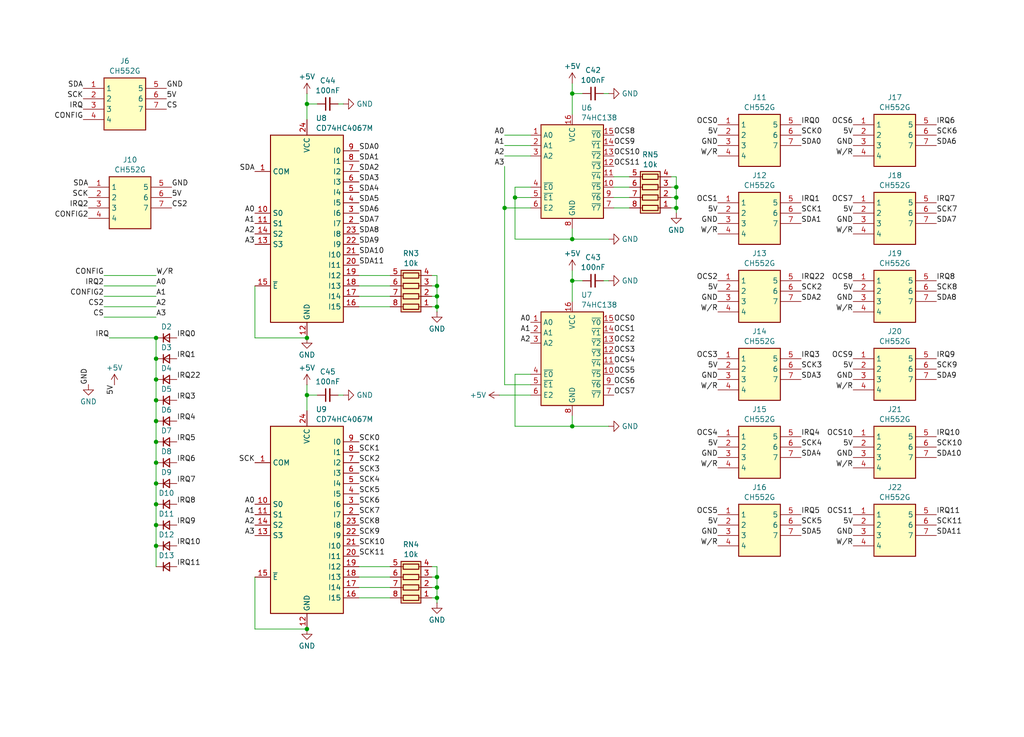
<source format=kicad_sch>
(kicad_sch (version 20250114) (generator "eeschema") (generator_version "9.0")
  (paper "User" 250 180)
  (lib_symbols
    (symbol "74xx:74HC138"
      (property "Reference" "U" (at -7.62 13.97 0))
      (property "Value" "74HC138" (at 2.54 -11.43 0))
      (symbol "74HC138_0_1"
        (rectangle (start -7.62 12.7) (end 7.62 -10.16) (stroke (width 0.254)) (fill (type background)))
      )
      (symbol "74HC138_1_1"
        (pin input line (at -10.16 10.16 0) (length 2.54) (name "A0") (number "1"))
        (pin input line (at -10.16 7.62 0) (length 2.54) (name "A1") (number "2"))
        (pin input line (at -10.16 5.08 0) (length 2.54) (name "A2") (number "3"))
        (pin input line (at -10.16 -2.54 0) (length 2.54) (name "~{E0}") (number "4"))
        (pin input line (at -10.16 -5.08 0) (length 2.54) (name "~{E1}") (number "5"))
        (pin input line (at -10.16 -7.62 0) (length 2.54) (name "E2") (number "6"))
        (pin power_in line (at 0 15.24 270) (length 2.54) (name "VCC") (number "16"))
        (pin power_in line (at 0 -12.7 90) (length 2.54) (name "GND") (number "8"))
        (pin output line (at 10.16 10.16 180) (length 2.54) (name "~{Y0}") (number "15"))
        (pin output line (at 10.16 7.62 180) (length 2.54) (name "~{Y1}") (number "14"))
        (pin output line (at 10.16 5.08 180) (length 2.54) (name "~{Y2}") (number "13"))
        (pin output line (at 10.16 2.54 180) (length 2.54) (name "~{Y3}") (number "12"))
        (pin output line (at 10.16 0 180) (length 2.54) (name "~{Y4}") (number "11"))
        (pin output line (at 10.16 -2.54 180) (length 2.54) (name "~{Y5}") (number "10"))
        (pin output line (at 10.16 -5.08 180) (length 2.54) (name "~{Y6}") (number "9"))
        (pin output line (at 10.16 -7.62 180) (length 2.54) (name "~{Y7}") (number "7"))
      )
    )
    (symbol "74xx:CD74HC4067M"
      (property "Reference" "U" (at -8.89 22.86 0))
      (property "Value" "CD74HC4067M" (at 1.27 22.86 0))
      (symbol "CD74HC4067M_0_1"
        (rectangle (start -8.89 21.59) (end 8.89 -24.13) (stroke (width 0.254)) (fill (type background)))
      )
      (symbol "CD74HC4067M_1_1"
        (pin passive line (at -12.7 12.7 0) (length 3.81) (name "COM") (number "1"))
        (pin input line (at -12.7 2.54 0) (length 3.81) (name "S0") (number "10"))
        (pin input line (at -12.7 0 0) (length 3.81) (name "S1") (number "11"))
        (pin input line (at -12.7 -2.54 0) (length 3.81) (name "S2") (number "14"))
        (pin input line (at -12.7 -5.08 0) (length 3.81) (name "S3") (number "13"))
        (pin input line (at -12.7 -15.24 0) (length 3.81) (name "~{E}") (number "15"))
        (pin power_in line (at 0 25.4 270) (length 3.81) (name "VCC") (number "24"))
        (pin power_in line (at 0 -27.94 90) (length 3.81) (name "GND") (number "12"))
        (pin passive line (at 12.7 17.78 180) (length 3.81) (name "I0") (number "9"))
        (pin passive line (at 12.7 15.24 180) (length 3.81) (name "I1") (number "8"))
        (pin passive line (at 12.7 12.7 180) (length 3.81) (name "I2") (number "7"))
        (pin passive line (at 12.7 10.16 180) (length 3.81) (name "I3") (number "6"))
        (pin passive line (at 12.7 7.62 180) (length 3.81) (name "I4") (number "5"))
        (pin passive line (at 12.7 5.08 180) (length 3.81) (name "I5") (number "4"))
        (pin passive line (at 12.7 2.54 180) (length 3.81) (name "I6") (number "3"))
        (pin passive line (at 12.7 0 180) (length 3.81) (name "I7") (number "2"))
        (pin passive line (at 12.7 -2.54 180) (length 3.81) (name "I8") (number "23"))
        (pin passive line (at 12.7 -5.08 180) (length 3.81) (name "I9") (number "22"))
        (pin passive line (at 12.7 -7.62 180) (length 3.81) (name "I10") (number "21"))
        (pin passive line (at 12.7 -10.16 180) (length 3.81) (name "I11") (number "20"))
        (pin passive line (at 12.7 -12.7 180) (length 3.81) (name "I12") (number "19"))
        (pin passive line (at 12.7 -15.24 180) (length 3.81) (name "I13") (number "18"))
        (pin passive line (at 12.7 -17.78 180) (length 3.81) (name "I14") (number "17"))
        (pin passive line (at 12.7 -20.32 180) (length 3.81) (name "I15") (number "16"))
      )
    )
    (symbol "Device:C_Small" (pin_numbers (hide yes)) (pin_names (offset 0.254) (hide yes))
      (property "Reference" "C" (at 0.254 1.778 0))
      (property "Value" "C_Small" (at 0.254 -2.032 0))
      (symbol "C_Small_0_1"
        (polyline (pts (xy -1.524 0.508) (xy 1.524 0.508)) (stroke (width 0.3048)))
        (polyline (pts (xy -1.524 -0.508) (xy 1.524 -0.508)) (stroke (width 0.3302)))
      )
      (symbol "C_Small_1_1"
        (pin passive line (at 0 2.54 270) (length 2.032) (name "~") (number "1"))
        (pin passive line (at 0 -2.54 90) (length 2.032) (name "~") (number "2"))
      )
    )
    (symbol "Device:D_Small" (pin_numbers (hide yes)) (pin_names (offset 0.254) (hide yes))
      (property "Reference" "D" (at -1.27 2.032 0))
      (property "Value" "D_Small" (at -3.81 -2.032 0))
      (symbol "D_Small_0_1"
        (polyline (pts (xy -0.762 0) (xy 0.762 0)))
        (polyline (pts (xy -0.762 -1.016) (xy -0.762 1.016)) (stroke (width 0.254)))
        (polyline (pts (xy 0.762 -1.016) (xy -0.762 0) (xy 0.762 1.016) (xy 0.762 -1.016)) (stroke (width 0.254)))
      )
      (symbol "D_Small_1_1"
        (pin passive line (at -2.54 0 0) (length 1.778) (name "K") (number "1"))
        (pin passive line (at 2.54 0 180) (length 1.778) (name "A") (number "2"))
      )
    )
    (symbol "Device:R_Pack04" (pin_names (offset 0) (hide yes))
      (property "Reference" "RN" (at -7.62 0 90))
      (property "Value" "R_Pack04" (at 5.08 0 90))
      (symbol "R_Pack04_0_1"
        (rectangle (start -6.35 -2.413) (end 3.81 2.413) (stroke (width 0.254)) (fill (type background)))
        (rectangle (start -5.715 1.905) (end -4.445 -1.905) (stroke (width 0.254)))
        (polyline (pts (xy -5.08 1.905) (xy -5.08 2.54)))
        (polyline (pts (xy -5.08 -2.54) (xy -5.08 -1.905)))
        (rectangle (start -3.175 1.905) (end -1.905 -1.905) (stroke (width 0.254)))
        (polyline (pts (xy -2.54 1.905) (xy -2.54 2.54)))
        (polyline (pts (xy -2.54 -2.54) (xy -2.54 -1.905)))
        (rectangle (start -0.635 1.905) (end 0.635 -1.905) (stroke (width 0.254)))
        (polyline (pts (xy 0 1.905) (xy 0 2.54)))
        (polyline (pts (xy 0 -2.54) (xy 0 -1.905)))
        (rectangle (start 1.905 1.905) (end 3.175 -1.905) (stroke (width 0.254)))
        (polyline (pts (xy 2.54 1.905) (xy 2.54 2.54)))
        (polyline (pts (xy 2.54 -2.54) (xy 2.54 -1.905)))
      )
      (symbol "R_Pack04_1_1"
        (pin passive line (at -5.08 5.08 270) (length 2.54) (name "R1.2") (number "8"))
        (pin passive line (at -5.08 -5.08 90) (length 2.54) (name "R1.1") (number "1"))
        (pin passive line (at -2.54 5.08 270) (length 2.54) (name "R2.2") (number "7"))
        (pin passive line (at -2.54 -5.08 90) (length 2.54) (name "R2.1") (number "2"))
        (pin passive line (at 0 5.08 270) (length 2.54) (name "R3.2") (number "6"))
        (pin passive line (at 0 -5.08 90) (length 2.54) (name "R3.1") (number "3"))
        (pin passive line (at 2.54 5.08 270) (length 2.54) (name "R4.2") (number "5"))
        (pin passive line (at 2.54 -5.08 90) (length 2.54) (name "R4.1") (number "4"))
      )
    )
    (symbol "SM07B-SRSS-TB__LF__SN_:SM07B-SRSS-TB__LF__SN_"
      (property "Reference" "J" (at 16.51 7.62 0))
      (property "Value" "SM07B-SRSS-TB__LF__SN_" (at 16.51 5.08 0))
      (symbol "SM07B-SRSS-TB__LF__SN__1_1"
        (rectangle (start 5.08 2.54) (end 15.24 -10.16) (stroke (width 0.254)) (fill (type background)))
        (pin passive line (at 0 0 0) (length 5.08) (name "1") (number "1"))
        (pin passive line (at 0 -2.54 0) (length 5.08) (name "2") (number "2"))
        (pin passive line (at 0 -5.08 0) (length 5.08) (name "3") (number "3"))
        (pin passive line (at 0 -7.62 0) (length 5.08) (name "4") (number "4"))
        (pin passive line (at 20.32 0 180) (length 5.08) (name "5") (number "5"))
        (pin passive line (at 20.32 -2.54 180) (length 5.08) (name "6") (number "6"))
        (pin passive line (at 20.32 -5.08 180) (length 5.08) (name "7") (number "7"))
      )
    )
    (symbol "power:+5V" (power) (pin_numbers (hide yes)) (pin_names (offset 0) (hide yes))
      (property "Value" "+5V" (at 0 3.556 0))
      (symbol "+5V_0_1"
        (polyline (pts (xy -0.762 1.27) (xy 0 2.54)))
        (polyline (pts (xy 0 2.54) (xy 0.762 1.27)))
        (polyline (pts (xy 0 0) (xy 0 2.54)))
      )
      (symbol "+5V_1_1"
        (pin power_in line (at 0 0 90) (length 0) (name "~") (number "1"))
      )
    )
    (symbol "power:GND" (power) (pin_numbers (hide yes)) (pin_names (offset 0) (hide yes))
      (property "Value" "GND" (at 0 -3.81 0))
      (symbol "GND_0_1"
        (polyline (pts (xy 0 0) (xy 0 -1.27) (xy 1.27 -1.27) (xy 0 -2.54) (xy -1.27 -1.27) (xy 0 -1.27)))
      )
      (symbol "GND_1_1"
        (pin power_in line (at 0 0 270) (length 0) (name "~") (number "1"))
      )
    )
  )
  (junction (at 139.7 58.42))
  (junction (at 74.93 82.55))
  (junction (at 139.7 68.58))
  (junction (at 139.7 22.86))
  (junction (at 38.1 97.79))
  (junction (at 106.68 72.39))
  (junction (at 38.1 102.87))
  (junction (at 38.1 128.27))
  (junction (at 38.1 92.71))
  (junction (at 106.68 69.85))
  (junction (at 74.93 25.4))
  (junction (at 74.93 96.52))
  (junction (at 125.73 48.26))
  (junction (at 38.1 82.55))
  (junction (at 38.1 87.63))
  (junction (at 106.68 143.51))
  (junction (at 123.19 50.8))
  (junction (at 165.1 48.26))
  (junction (at 106.68 146.05))
  (junction (at 139.7 104.14))
  (junction (at 106.68 140.97))
  (junction (at 38.1 123.19))
  (junction (at 38.1 113.03))
  (junction (at 165.1 50.8))
  (junction (at 74.93 153.67))
  (junction (at 165.1 45.72))
  (junction (at 38.1 118.11))
  (junction (at 38.1 133.35))
  (junction (at 106.68 74.93))
  (junction (at 38.1 107.95))
  (wire (pts (xy 38.1 133.35) (xy 38.1 138.43)))
  (wire (pts (xy 87.63 69.85) (xy 95.25 69.85)))
  (wire (pts (xy 105.41 140.97) (xy 106.68 140.97)))
  (wire (pts (xy 87.63 138.43) (xy 95.25 138.43)))
  (wire (pts (xy 77.47 96.52) (xy 74.93 96.52)))
  (wire (pts (xy 139.7 68.58) (xy 139.7 73.66)))
  (wire (pts (xy 106.68 67.31) (xy 106.68 69.85)))
  (wire (pts (xy 125.73 45.72) (xy 125.73 48.26)))
  (wire (pts (xy 163.83 45.72) (xy 165.1 45.72)))
  (wire (pts (xy 149.86 48.26) (xy 153.67 48.26)))
  (wire (pts (xy 165.1 45.72) (xy 165.1 48.26)))
  (wire (pts (xy 147.32 22.86) (xy 148.59 22.86)))
  (wire (pts (xy 129.54 45.72) (xy 125.73 45.72)))
  (wire (pts (xy 87.63 72.39) (xy 95.25 72.39)))
  (wire (pts (xy 106.68 147.32) (xy 106.68 146.05)))
  (wire (pts (xy 129.54 91.44) (xy 125.73 91.44)))
  (wire (pts (xy 105.41 138.43) (xy 106.68 138.43)))
  (wire (pts (xy 38.1 123.19) (xy 38.1 128.27)))
  (wire (pts (xy 106.68 76.2) (xy 106.68 74.93)))
  (wire (pts (xy 38.1 82.55) (xy 38.1 87.63)))
  (wire (pts (xy 149.86 45.72) (xy 153.67 45.72)))
  (wire (pts (xy 123.19 50.8) (xy 129.54 50.8)))
  (wire (pts (xy 105.41 143.51) (xy 106.68 143.51)))
  (wire (pts (xy 149.86 43.18) (xy 153.67 43.18)))
  (wire (pts (xy 38.1 87.63) (xy 38.1 92.71)))
  (wire (pts (xy 87.63 146.05) (xy 95.25 146.05)))
  (wire (pts (xy 125.73 58.42) (xy 139.7 58.42)))
  (wire (pts (xy 77.47 25.4) (xy 74.93 25.4)))
  (wire (pts (xy 38.1 107.95) (xy 38.1 113.03)))
  (wire (pts (xy 165.1 50.8) (xy 163.83 50.8)))
  (wire (pts (xy 106.68 69.85) (xy 106.68 72.39)))
  (wire (pts (xy 106.68 146.05) (xy 105.41 146.05)))
  (wire (pts (xy 165.1 43.18) (xy 165.1 45.72)))
  (wire (pts (xy 163.83 43.18) (xy 165.1 43.18)))
  (wire (pts (xy 62.23 153.67) (xy 74.93 153.67)))
  (wire (pts (xy 106.68 72.39) (xy 106.68 74.93)))
  (wire (pts (xy 82.55 96.52) (xy 83.82 96.52)))
  (wire (pts (xy 125.73 48.26) (xy 125.73 58.42)))
  (wire (pts (xy 139.7 66.04) (xy 139.7 68.58)))
  (wire (pts (xy 74.93 25.4) (xy 74.93 29.21)))
  (wire (pts (xy 139.7 101.6) (xy 139.7 104.14)))
  (wire (pts (xy 38.1 102.87) (xy 38.1 107.95)))
  (wire (pts (xy 87.63 74.93) (xy 95.25 74.93)))
  (wire (pts (xy 87.63 143.51) (xy 95.25 143.51)))
  (wire (pts (xy 165.1 52.07) (xy 165.1 50.8)))
  (wire (pts (xy 142.24 22.86) (xy 139.7 22.86)))
  (wire (pts (xy 82.55 25.4) (xy 83.82 25.4)))
  (wire (pts (xy 139.7 22.86) (xy 139.7 27.94)))
  (wire (pts (xy 38.1 97.79) (xy 38.1 102.87)))
  (wire (pts (xy 62.23 69.85) (xy 62.23 82.55)))
  (wire (pts (xy 139.7 20.32) (xy 139.7 22.86)))
  (wire (pts (xy 87.63 67.31) (xy 95.25 67.31)))
  (wire (pts (xy 123.19 35.56) (xy 129.54 35.56)))
  (wire (pts (xy 139.7 58.42) (xy 148.59 58.42)))
  (wire (pts (xy 106.68 74.93) (xy 105.41 74.93)))
  (wire (pts (xy 25.4 74.93) (xy 38.1 74.93)))
  (wire (pts (xy 62.23 140.97) (xy 62.23 153.67)))
  (wire (pts (xy 123.19 40.64) (xy 123.19 50.8)))
  (wire (pts (xy 38.1 128.27) (xy 38.1 133.35)))
  (wire (pts (xy 106.68 140.97) (xy 106.68 143.51)))
  (wire (pts (xy 106.68 143.51) (xy 106.68 146.05)))
  (wire (pts (xy 87.63 140.97) (xy 95.25 140.97)))
  (wire (pts (xy 123.19 33.02) (xy 129.54 33.02)))
  (wire (pts (xy 125.73 104.14) (xy 139.7 104.14)))
  (wire (pts (xy 74.93 96.52) (xy 74.93 100.33)))
  (wire (pts (xy 125.73 48.26) (xy 129.54 48.26)))
  (wire (pts (xy 106.68 138.43) (xy 106.68 140.97)))
  (wire (pts (xy 123.19 93.98) (xy 129.54 93.98)))
  (wire (pts (xy 147.32 68.58) (xy 148.59 68.58)))
  (wire (pts (xy 105.41 72.39) (xy 106.68 72.39)))
  (wire (pts (xy 139.7 104.14) (xy 148.59 104.14)))
  (wire (pts (xy 38.1 118.11) (xy 38.1 123.19)))
  (wire (pts (xy 142.24 68.58) (xy 139.7 68.58)))
  (wire (pts (xy 163.83 48.26) (xy 165.1 48.26)))
  (wire (pts (xy 139.7 55.88) (xy 139.7 58.42)))
  (wire (pts (xy 123.19 50.8) (xy 123.19 93.98)))
  (wire (pts (xy 105.41 69.85) (xy 106.68 69.85)))
  (wire (pts (xy 74.93 93.98) (xy 74.93 96.52)))
  (wire (pts (xy 26.67 82.55) (xy 38.1 82.55)))
  (wire (pts (xy 38.1 92.71) (xy 38.1 97.79)))
  (wire (pts (xy 123.19 38.1) (xy 129.54 38.1)))
  (wire (pts (xy 25.4 77.47) (xy 38.1 77.47)))
  (wire (pts (xy 25.4 67.31) (xy 38.1 67.31)))
  (wire (pts (xy 121.92 96.52) (xy 129.54 96.52)))
  (wire (pts (xy 25.4 69.85) (xy 38.1 69.85)))
  (wire (pts (xy 105.41 67.31) (xy 106.68 67.31)))
  (wire (pts (xy 38.1 113.03) (xy 38.1 118.11)))
  (wire (pts (xy 25.4 72.39) (xy 38.1 72.39)))
  (wire (pts (xy 165.1 48.26) (xy 165.1 50.8)))
  (wire (pts (xy 74.93 22.86) (xy 74.93 25.4)))
  (wire (pts (xy 149.86 50.8) (xy 153.67 50.8)))
  (wire (pts (xy 125.73 91.44) (xy 125.73 104.14)))
  (wire (pts (xy 62.23 82.55) (xy 74.93 82.55)))
  (label "SCK10" (at 228.6 109.22 0))
  (label "CS2" (at 25.4 74.93 180))
  (label "5V" (at 175.26 33.02 180))
  (label "OCS2" (at 175.26 68.58 180))
  (label "OCS11" (at 149.86 40.64 0))
  (label "SDA3" (at 87.63 44.45 0))
  (label "GND" (at 175.26 54.61 180))
  (label "GND" (at 208.28 35.56 180))
  (label "5V" (at 208.28 33.02 180))
  (label "W{slash}R" (at 175.26 133.35 180))
  (label "OCS6" (at 149.86 93.98 0))
  (label "IRQ2" (at 21.59 50.8 180))
  (label "5V" (at 175.26 109.22 180))
  (label "SCK4" (at 87.63 118.11 0))
  (label "OCS5" (at 175.26 125.73 180))
  (label "OCS9" (at 149.86 35.56 0))
  (label "W{slash}R" (at 175.26 57.15 180))
  (label "IRQ4" (at 43.18 102.87 0))
  (label "W{slash}R" (at 208.28 133.35 180))
  (label "SDA10" (at 228.6 111.76 0))
  (label "GND" (at 208.28 130.81 180))
  (label "IRQ6" (at 43.18 113.03 0))
  (label "W{slash}R" (at 208.28 114.3 180))
  (label "OCS10" (at 149.86 38.1 0))
  (label "OCS10" (at 208.28 106.68 180))
  (label "IRQ7" (at 228.6 49.53 0))
  (label "A2" (at 129.54 83.82 180))
  (label "IRQ6" (at 228.6 30.48 0))
  (label "SDA2" (at 87.63 41.91 0))
  (label "SDA10" (at 87.63 62.23 0))
  (label "SDA7" (at 228.6 54.61 0))
  (label "SCK11" (at 228.6 128.27 0))
  (label "SDA4" (at 195.58 111.76 0))
  (label "SDA2" (at 195.58 73.66 0))
  (label "IRQ9" (at 43.18 128.27 0))
  (label "IRQ3" (at 43.18 97.79 0))
  (label "5V" (at 208.28 52.07 180))
  (label "SCK11" (at 87.63 135.89 0))
  (label "SCK7" (at 228.6 52.07 0))
  (label "SCK0" (at 195.58 33.02 0))
  (label "SDA9" (at 87.63 59.69 0))
  (label "IRQ10" (at 228.6 106.68 0))
  (label "OCS11" (at 208.28 125.73 180))
  (label "5V" (at 27.94 93.98 270))
  (label "GND" (at 41.91 45.72 0))
  (label "IRQ4" (at 195.58 106.68 0))
  (label "IRQ1" (at 195.58 49.53 0))
  (label "SDA11" (at 87.63 64.77 0))
  (label "IRQ0" (at 43.18 82.55 0))
  (label "SCK7" (at 87.63 125.73 0))
  (label "SDA1" (at 87.63 39.37 0))
  (label "SDA5" (at 87.63 49.53 0))
  (label "IRQ22" (at 195.58 68.58 0))
  (label "SCK4" (at 195.58 109.22 0))
  (label "SCK" (at 21.59 48.26 180))
  (label "A0" (at 129.54 78.74 180))
  (label "SDA11" (at 228.6 130.81 0))
  (label "IRQ1" (at 43.18 87.63 0))
  (label "IRQ" (at 26.67 82.55 180))
  (label "SDA5" (at 195.58 130.81 0))
  (label "GND" (at 208.28 54.61 180))
  (label "IRQ0" (at 195.58 30.48 0))
  (label "OCS5" (at 149.86 91.44 0))
  (label "SCK1" (at 87.63 110.49 0))
  (label "SDA0" (at 87.63 36.83 0))
  (label "SCK" (at 62.23 113.03 180))
  (label "OCS9" (at 208.28 87.63 180))
  (label "SCK5" (at 87.63 120.65 0))
  (label "CS2" (at 41.91 50.8 0))
  (label "OCS8" (at 208.28 68.58 180))
  (label "W{slash}R" (at 175.26 95.25 180))
  (label "SCK10" (at 87.63 133.35 0))
  (label "W{slash}R" (at 208.28 38.1 180))
  (label "A0" (at 62.23 52.07 180))
  (label "A1" (at 38.1 72.39 0))
  (label "SDA6" (at 228.6 35.56 0))
  (label "SDA7" (at 87.63 54.61 0))
  (label "GND" (at 208.28 111.76 180))
  (label "GND" (at 208.28 73.66 180))
  (label "A1" (at 62.23 125.73 180))
  (label "OCS7" (at 208.28 49.53 180))
  (label "A3" (at 123.19 40.64 180))
  (label "SCK8" (at 87.63 128.27 0))
  (label "A1" (at 62.23 54.61 180))
  (label "CONFIG" (at 25.4 67.31 180))
  (label "OCS7" (at 149.86 96.52 0))
  (label "SCK" (at 20.32 24.13 180))
  (label "SCK9" (at 228.6 90.17 0))
  (label "IRQ9" (at 228.6 87.63 0))
  (label "A2" (at 62.23 57.15 180))
  (label "5V" (at 208.28 109.22 180))
  (label "A3" (at 62.23 130.81 180))
  (label "IRQ3" (at 195.58 87.63 0))
  (label "SCK8" (at 228.6 71.12 0))
  (label "SDA" (at 20.32 21.59 180))
  (label "GND" (at 208.28 92.71 180))
  (label "SDA9" (at 228.6 92.71 0))
  (label "OCS0" (at 175.26 30.48 180))
  (label "W{slash}R" (at 175.26 76.2 180))
  (label "IRQ2" (at 25.4 69.85 180))
  (label "SDA" (at 62.23 41.91 180))
  (label "W{slash}R" (at 208.28 76.2 180))
  (label "5V" (at 208.28 128.27 180))
  (label "A0" (at 38.1 69.85 0))
  (label "5V" (at 40.64 24.13 0))
  (label "IRQ5" (at 195.58 125.73 0))
  (label "5V" (at 175.26 52.07 180))
  (label "W{slash}R" (at 208.28 57.15 180))
  (label "A0" (at 62.23 123.19 180))
  (label "GND" (at 175.26 111.76 180))
  (label "SCK9" (at 87.63 130.81 0))
  (label "CS" (at 25.4 77.47 180))
  (label "A1" (at 123.19 35.56 180))
  (label "OCS3" (at 149.86 86.36 0))
  (label "OCS4" (at 175.26 106.68 180))
  (label "SCK0" (at 87.63 107.95 0))
  (label "IRQ22" (at 43.18 92.71 0))
  (label "W{slash}R" (at 38.1 67.31 0))
  (label "SCK1" (at 195.58 52.07 0))
  (label "IRQ11" (at 228.6 125.73 0))
  (label "GND" (at 175.26 73.66 180))
  (label "SCK6" (at 228.6 33.02 0))
  (label "SCK5" (at 195.58 128.27 0))
  (label "OCS1" (at 149.86 81.28 0))
  (label "OCS3" (at 175.26 87.63 180))
  (label "5V" (at 208.28 71.12 180))
  (label "A3" (at 38.1 77.47 0))
  (label "IRQ" (at 20.32 26.67 180))
  (label "OCS8" (at 149.86 33.02 0))
  (label "CS" (at 40.64 26.67 0))
  (label "5V" (at 175.26 128.27 180))
  (label "OCS2" (at 149.86 83.82 0))
  (label "CONFIG2" (at 25.4 72.39 180))
  (label "OCS1" (at 175.26 49.53 180))
  (label "A3" (at 62.23 59.69 180))
  (label "5V" (at 175.26 71.12 180))
  (label "SDA3" (at 195.58 92.71 0))
  (label "SDA8" (at 87.63 57.15 0))
  (label "SCK3" (at 87.63 115.57 0))
  (label "SDA6" (at 87.63 52.07 0))
  (label "OCS6" (at 208.28 30.48 180))
  (label "SCK6" (at 87.63 123.19 0))
  (label "OCS0" (at 149.86 78.74 0))
  (label "SDA1" (at 195.58 54.61 0))
  (label "5V" (at 208.28 90.17 180))
  (label "GND" (at 21.59 93.98 90))
  (label "OCS4" (at 149.86 88.9 0))
  (label "A2" (at 123.19 38.1 180))
  (label "GND" (at 175.26 35.56 180))
  (label "IRQ7" (at 43.18 118.11 0))
  (label "A0" (at 123.19 33.02 180))
  (label "SDA4" (at 87.63 46.99 0))
  (label "SCK2" (at 195.58 71.12 0))
  (label "CONFIG2" (at 21.59 53.34 180))
  (label "IRQ11" (at 43.18 138.43 0))
  (label "CONFIG" (at 20.32 29.21 180))
  (label "SDA" (at 21.59 45.72 180))
  (label "A2" (at 62.23 128.27 180))
  (label "IRQ5" (at 43.18 107.95 0))
  (label "IRQ10" (at 43.18 133.35 0))
  (label "W{slash}R" (at 175.26 114.3 180))
  (label "SCK2" (at 87.63 113.03 0))
  (label "A2" (at 38.1 74.93 0))
  (label "A1" (at 129.54 81.28 180))
  (label "5V" (at 175.26 90.17 180))
  (label "GND" (at 175.26 130.81 180))
  (label "GND" (at 175.26 92.71 180))
  (label "IRQ8" (at 43.18 123.19 0))
  (label "GND" (at 40.64 21.59 0))
  (label "SDA8" (at 228.6 73.66 0))
  (label "IRQ8" (at 228.6 68.58 0))
  (label "SDA0" (at 195.58 35.56 0))
  (label "W{slash}R" (at 208.28 95.25 180))
  (label "5V" (at 41.91 48.26 0))
  (label "SCK3" (at 195.58 90.17 0))
  (label "W{slash}R" (at 175.26 38.1 180))
  (symbol (lib_id "74xx:74HC138") (at 139.7 43.18 0) (unit 1)
    (property "Reference" "U6" (at 141.8433 26.3355 0) (effects (justify left)))
    (property "Value" "74HC138" (at 141.8433 28.7598 0) (effects (justify left)))
    (property "Footprint" "Package_SO:SOIC-16_3.9x9.9mm_P1.27mm" (effects (hide yes)))
    (property "Datasheet" "http://www.ti.com/lit/ds/symlink/cd74hc238.pdf" (effects (hide yes)))
    (property "Description" "3-to-8 line decoder/multiplexer inverting, DIP-16/SOIC-16/SSOP-16" (effects (hide yes)))
  )
  (symbol (lib_id "power:GND") (at 106.68 76.2 0) (unit 1)
    (property "Reference" "#PWR080" (effects (hide yes)))
    (property "Value" "GND" (at 106.68 80.3331 0))
    (property "Description" "Power symbol creates a global label with name \"GND\" , ground" (effects (hide yes)))
  )
  (symbol (lib_id "Device:D_Small") (at 40.64 92.71 0) (unit 1)
    (property "Reference" "D4" (at 40.64 89.9739 0))
    (property "Value" "D_Small" (effects (hide yes)))
    (property "Footprint" "PCM_Diode_SMD_AKL:D_1206_3216Metric" (effects (hide yes)))
    (property "Description" "Diode, small symbol" (effects (hide yes)))
    (property "Sim.Device" "D" (effects (hide yes)))
    (property "Sim.Pins" "1=K 2=A" (effects (hide yes)))
  )
  (symbol (lib_id "SM07B-SRSS-TB__LF__SN_:SM07B-SRSS-TB__LF__SN_") (at 21.59 45.72 0) (unit 1)
    (property "Reference" "J10" (at 31.75 39.0355 0))
    (property "Value" "CH552G" (at 31.75 41.4598 0))
    (property "Footprint" "footprint:SM07B-SRSS-TB" (effects (hide yes)))
    (property "Datasheet" "http://uk.rs-online.com/web/p/products/5468833" (effects (hide yes)))
    (property "Description" "JST SH Series, 1mm Pitch 7 Way 1 Row Right Angle PCB Header, Solder Termination, 1A" (effects (hide yes)))
    (property "Manufacturer_Name" "JST (JAPAN SOLDERLESS TERMINALS)" (effects (hide yes)))
    (property "Manufacturer_Part_Number" "SM07B-SRSS-TB (LF)(SN)" (effects (hide yes)))
    (property "Arrow Part Number" "SM07B-SRSS-TB (LF)(SN)" (effects (hide yes)))
    (property "Arrow Price/Stock" "https://www.arrow.com/en/products/sm07b-srss-tb-lf-sn/jst-manufacturing" (effects (hide yes)))
  )
  (symbol (lib_id "Device:C_Small") (at 144.78 68.58 90) (unit 1)
    (property "Reference" "C43" (at 144.7863 62.8734 90))
    (property "Value" "100nF" (at 144.7863 65.2977 90))
    (property "Footprint" "PCM_Capacitor_SMD_AKL:C_0603_1608Metric" (effects (hide yes)))
    (property "Description" "Unpolarized capacitor, small symbol" (effects (hide yes)))
  )
  (symbol (lib_id "power:GND") (at 165.1 52.07 0) (unit 1)
    (property "Reference" "#PWR082" (effects (hide yes)))
    (property "Value" "GND" (at 165.1 56.2031 0))
    (property "Description" "Power symbol creates a global label with name \"GND\" , ground" (effects (hide yes)))
  )
  (symbol (lib_id "74xx:74HC138") (at 139.7 88.9 0) (unit 1)
    (property "Reference" "U7" (at 141.8433 72.0555 0) (effects (justify left)))
    (property "Value" "74HC138" (at 141.8433 74.4798 0) (effects (justify left)))
    (property "Footprint" "Package_SO:SOIC-16_3.9x9.9mm_P1.27mm" (effects (hide yes)))
    (property "Datasheet" "http://www.ti.com/lit/ds/symlink/cd74hc238.pdf" (effects (hide yes)))
    (property "Description" "3-to-8 line decoder/multiplexer inverting, DIP-16/SOIC-16/SSOP-16" (effects (hide yes)))
  )
  (symbol (lib_id "power:GND") (at 74.93 82.55 0) (unit 1)
    (property "Reference" "#PWR078" (effects (hide yes)))
    (property "Value" "GND" (at 74.93 86.6831 0))
    (property "Description" "Power symbol creates a global label with name \"GND\" , ground" (effects (hide yes)))
  )
  (symbol (lib_id "Device:D_Small") (at 40.64 97.79 0) (unit 1)
    (property "Reference" "D5" (at 40.64 95.0539 0))
    (property "Value" "D_Small" (effects (hide yes)))
    (property "Footprint" "PCM_Diode_SMD_AKL:D_1206_3216Metric" (effects (hide yes)))
    (property "Description" "Diode, small symbol" (effects (hide yes)))
    (property "Sim.Device" "D" (effects (hide yes)))
    (property "Sim.Pins" "1=K 2=A" (effects (hide yes)))
  )
  (symbol (lib_id "power:GND") (at 74.93 153.67 0) (unit 1)
    (property "Reference" "#PWR079" (effects (hide yes)))
    (property "Value" "GND" (at 74.93 157.8031 0))
    (property "Description" "Power symbol creates a global label with name \"GND\" , ground" (effects (hide yes)))
  )
  (symbol (lib_id "power:+5V") (at 121.92 96.52 90) (unit 1)
    (property "Reference" "#PWR071" (effects (hide yes)))
    (property "Value" "+5V" (at 118.7451 96.52 90) (effects (justify left)))
    (property "Description" "Power symbol creates a global label with name \"+5V\"" (effects (hide yes)))
  )
  (symbol (lib_id "SM07B-SRSS-TB__LF__SN_:SM07B-SRSS-TB__LF__SN_") (at 175.26 49.53 0) (unit 1)
    (property "Reference" "J12" (at 185.42 42.8455 0))
    (property "Value" "CH552G" (at 185.42 45.2698 0))
    (property "Footprint" "footprint:SM07B-SRSS-TB" (effects (hide yes)))
    (property "Datasheet" "http://uk.rs-online.com/web/p/products/5468833" (effects (hide yes)))
    (property "Description" "JST SH Series, 1mm Pitch 7 Way 1 Row Right Angle PCB Header, Solder Termination, 1A" (effects (hide yes)))
    (property "Manufacturer_Name" "JST (JAPAN SOLDERLESS TERMINALS)" (effects (hide yes)))
    (property "Manufacturer_Part_Number" "SM07B-SRSS-TB (LF)(SN)" (effects (hide yes)))
    (property "Arrow Part Number" "SM07B-SRSS-TB (LF)(SN)" (effects (hide yes)))
    (property "Arrow Price/Stock" "https://www.arrow.com/en/products/sm07b-srss-tb-lf-sn/jst-manufacturing" (effects (hide yes)))
  )
  (symbol (lib_id "74xx:CD74HC4067M") (at 74.93 125.73 0) (unit 1)
    (property "Reference" "U9" (at 77.0733 99.9955 0) (effects (justify left)))
    (property "Value" "CD74HC4067M" (at 77.0733 102.4198 0) (effects (justify left)))
    (property "Footprint" "Package_SO:SOIC-24W_7.5x15.4mm_P1.27mm" (effects (hide yes)))
    (property "Datasheet" "http://www.ti.com/lit/ds/symlink/cd74hc4067.pdf" (effects (hide yes)))
    (property "Description" "High-Speed CMOS Logic 16-Channel Analog Multiplexer/Demultiplexer, SOIC-24" (effects (hide yes)))
  )
  (symbol (lib_id "Device:D_Small") (at 40.64 87.63 0) (unit 1)
    (property "Reference" "D3" (at 40.64 84.8939 0))
    (property "Value" "D_Small" (effects (hide yes)))
    (property "Footprint" "PCM_Diode_SMD_AKL:D_1206_3216Metric" (effects (hide yes)))
    (property "Description" "Diode, small symbol" (effects (hide yes)))
    (property "Sim.Device" "D" (effects (hide yes)))
    (property "Sim.Pins" "1=K 2=A" (effects (hide yes)))
  )
  (symbol (lib_id "SM07B-SRSS-TB__LF__SN_:SM07B-SRSS-TB__LF__SN_") (at 175.26 125.73 0) (unit 1)
    (property "Reference" "J16" (at 185.42 119.0455 0))
    (property "Value" "CH552G" (at 185.42 121.4698 0))
    (property "Footprint" "footprint:SM07B-SRSS-TB" (effects (hide yes)))
    (property "Datasheet" "http://uk.rs-online.com/web/p/products/5468833" (effects (hide yes)))
    (property "Description" "JST SH Series, 1mm Pitch 7 Way 1 Row Right Angle PCB Header, Solder Termination, 1A" (effects (hide yes)))
    (property "Manufacturer_Name" "JST (JAPAN SOLDERLESS TERMINALS)" (effects (hide yes)))
    (property "Manufacturer_Part_Number" "SM07B-SRSS-TB (LF)(SN)" (effects (hide yes)))
    (property "Arrow Part Number" "SM07B-SRSS-TB (LF)(SN)" (effects (hide yes)))
    (property "Arrow Price/Stock" "https://www.arrow.com/en/products/sm07b-srss-tb-lf-sn/jst-manufacturing" (effects (hide yes)))
  )
  (symbol (lib_id "power:+5V") (at 74.93 93.98 0) (unit 1)
    (property "Reference" "#PWR076" (effects (hide yes)))
    (property "Value" "+5V" (at 74.93 89.8469 0))
    (property "Description" "Power symbol creates a global label with name \"+5V\"" (effects (hide yes)))
  )
  (symbol (lib_id "Device:D_Small") (at 40.64 118.11 0) (unit 1)
    (property "Reference" "D9" (at 40.64 115.3739 0))
    (property "Value" "D_Small" (effects (hide yes)))
    (property "Footprint" "PCM_Diode_SMD_AKL:D_1206_3216Metric" (effects (hide yes)))
    (property "Description" "Diode, small symbol" (effects (hide yes)))
    (property "Sim.Device" "D" (effects (hide yes)))
    (property "Sim.Pins" "1=K 2=A" (effects (hide yes)))
  )
  (symbol (lib_id "Device:D_Small") (at 40.64 128.27 0) (unit 1)
    (property "Reference" "D11" (at 40.64 125.5339 0))
    (property "Value" "D_Small" (effects (hide yes)))
    (property "Footprint" "PCM_Diode_SMD_AKL:D_1206_3216Metric" (effects (hide yes)))
    (property "Description" "Diode, small symbol" (effects (hide yes)))
    (property "Sim.Device" "D" (effects (hide yes)))
    (property "Sim.Pins" "1=K 2=A" (effects (hide yes)))
  )
  (symbol (lib_id "Device:D_Small") (at 40.64 113.03 0) (unit 1)
    (property "Reference" "D8" (at 40.64 110.2939 0))
    (property "Value" "D_Small" (effects (hide yes)))
    (property "Footprint" "PCM_Diode_SMD_AKL:D_1206_3216Metric" (effects (hide yes)))
    (property "Description" "Diode, small symbol" (effects (hide yes)))
    (property "Sim.Device" "D" (effects (hide yes)))
    (property "Sim.Pins" "1=K 2=A" (effects (hide yes)))
  )
  (symbol (lib_id "power:GND") (at 148.59 58.42 90) (unit 1)
    (property "Reference" "#PWR072" (effects (hide yes)))
    (property "Value" "GND" (at 151.765 58.42 90) (effects (justify right)))
    (property "Description" "Power symbol creates a global label with name \"GND\" , ground" (effects (hide yes)))
  )
  (symbol (lib_id "SM07B-SRSS-TB__LF__SN_:SM07B-SRSS-TB__LF__SN_") (at 175.26 87.63 0) (unit 1)
    (property "Reference" "J14" (at 185.42 80.9455 0))
    (property "Value" "CH552G" (at 185.42 83.3698 0))
    (property "Footprint" "footprint:SM07B-SRSS-TB" (effects (hide yes)))
    (property "Datasheet" "http://uk.rs-online.com/web/p/products/5468833" (effects (hide yes)))
    (property "Description" "JST SH Series, 1mm Pitch 7 Way 1 Row Right Angle PCB Header, Solder Termination, 1A" (effects (hide yes)))
    (property "Manufacturer_Name" "JST (JAPAN SOLDERLESS TERMINALS)" (effects (hide yes)))
    (property "Manufacturer_Part_Number" "SM07B-SRSS-TB (LF)(SN)" (effects (hide yes)))
    (property "Arrow Part Number" "SM07B-SRSS-TB (LF)(SN)" (effects (hide yes)))
    (property "Arrow Price/Stock" "https://www.arrow.com/en/products/sm07b-srss-tb-lf-sn/jst-manufacturing" (effects (hide yes)))
  )
  (symbol (lib_id "SM07B-SRSS-TB__LF__SN_:SM07B-SRSS-TB__LF__SN_") (at 208.28 106.68 0) (unit 1)
    (property "Reference" "J21" (at 218.44 99.9955 0))
    (property "Value" "CH552G" (at 218.44 102.4198 0))
    (property "Footprint" "footprint:SM07B-SRSS-TB" (effects (hide yes)))
    (property "Datasheet" "http://uk.rs-online.com/web/p/products/5468833" (effects (hide yes)))
    (property "Description" "JST SH Series, 1mm Pitch 7 Way 1 Row Right Angle PCB Header, Solder Termination, 1A" (effects (hide yes)))
    (property "Manufacturer_Name" "JST (JAPAN SOLDERLESS TERMINALS)" (effects (hide yes)))
    (property "Manufacturer_Part_Number" "SM07B-SRSS-TB (LF)(SN)" (effects (hide yes)))
    (property "Arrow Part Number" "SM07B-SRSS-TB (LF)(SN)" (effects (hide yes)))
    (property "Arrow Price/Stock" "https://www.arrow.com/en/products/sm07b-srss-tb-lf-sn/jst-manufacturing" (effects (hide yes)))
  )
  (symbol (lib_id "Device:D_Small") (at 40.64 82.55 0) (unit 1)
    (property "Reference" "D2" (at 40.64 79.8139 0))
    (property "Value" "D_Small" (effects (hide yes)))
    (property "Footprint" "PCM_Diode_SMD_AKL:D_1206_3216Metric" (effects (hide yes)))
    (property "Description" "Diode, small symbol" (effects (hide yes)))
    (property "Sim.Device" "D" (effects (hide yes)))
    (property "Sim.Pins" "1=K 2=A" (effects (hide yes)))
  )
  (symbol (lib_id "SM07B-SRSS-TB__LF__SN_:SM07B-SRSS-TB__LF__SN_") (at 208.28 30.48 0) (unit 1)
    (property "Reference" "J17" (at 218.44 23.7955 0))
    (property "Value" "CH552G" (at 218.44 26.2198 0))
    (property "Footprint" "footprint:SM07B-SRSS-TB" (effects (hide yes)))
    (property "Datasheet" "http://uk.rs-online.com/web/p/products/5468833" (effects (hide yes)))
    (property "Description" "JST SH Series, 1mm Pitch 7 Way 1 Row Right Angle PCB Header, Solder Termination, 1A" (effects (hide yes)))
    (property "Manufacturer_Name" "JST (JAPAN SOLDERLESS TERMINALS)" (effects (hide yes)))
    (property "Manufacturer_Part_Number" "SM07B-SRSS-TB (LF)(SN)" (effects (hide yes)))
    (property "Arrow Part Number" "SM07B-SRSS-TB (LF)(SN)" (effects (hide yes)))
    (property "Arrow Price/Stock" "https://www.arrow.com/en/products/sm07b-srss-tb-lf-sn/jst-manufacturing" (effects (hide yes)))
  )
  (symbol (lib_id "power:GND") (at 148.59 68.58 90) (unit 1)
    (property "Reference" "#PWR070" (effects (hide yes)))
    (property "Value" "GND" (at 151.765 68.58 90) (effects (justify right)))
    (property "Description" "Power symbol creates a global label with name \"GND\" , ground" (effects (hide yes)))
  )
  (symbol (lib_id "Device:C_Small") (at 80.01 25.4 90) (unit 1)
    (property "Reference" "C44" (at 80.0163 19.6934 90))
    (property "Value" "100nF" (at 80.0163 22.1177 90))
    (property "Footprint" "PCM_Capacitor_SMD_AKL:C_0603_1608Metric" (effects (hide yes)))
    (property "Description" "Unpolarized capacitor, small symbol" (effects (hide yes)))
  )
  (symbol (lib_id "power:+5V") (at 74.93 22.86 0) (unit 1)
    (property "Reference" "#PWR074" (effects (hide yes)))
    (property "Value" "+5V" (at 74.93 18.7269 0))
    (property "Description" "Power symbol creates a global label with name \"+5V\"" (effects (hide yes)))
  )
  (symbol (lib_id "SM07B-SRSS-TB__LF__SN_:SM07B-SRSS-TB__LF__SN_") (at 175.26 68.58 0) (unit 1)
    (property "Reference" "J13" (at 185.42 61.8955 0))
    (property "Value" "CH552G" (at 185.42 64.3198 0))
    (property "Footprint" "footprint:SM07B-SRSS-TB" (effects (hide yes)))
    (property "Datasheet" "http://uk.rs-online.com/web/p/products/5468833" (effects (hide yes)))
    (property "Description" "JST SH Series, 1mm Pitch 7 Way 1 Row Right Angle PCB Header, Solder Termination, 1A" (effects (hide yes)))
    (property "Manufacturer_Name" "JST (JAPAN SOLDERLESS TERMINALS)" (effects (hide yes)))
    (property "Manufacturer_Part_Number" "SM07B-SRSS-TB (LF)(SN)" (effects (hide yes)))
    (property "Arrow Part Number" "SM07B-SRSS-TB (LF)(SN)" (effects (hide yes)))
    (property "Arrow Price/Stock" "https://www.arrow.com/en/products/sm07b-srss-tb-lf-sn/jst-manufacturing" (effects (hide yes)))
  )
  (symbol (lib_id "power:GND") (at 83.82 25.4 90) (unit 1)
    (property "Reference" "#PWR075" (effects (hide yes)))
    (property "Value" "GND" (at 86.995 25.4 90) (effects (justify right)))
    (property "Description" "Power symbol creates a global label with name \"GND\" , ground" (effects (hide yes)))
  )
  (symbol (lib_id "SM07B-SRSS-TB__LF__SN_:SM07B-SRSS-TB__LF__SN_") (at 175.26 30.48 0) (unit 1)
    (property "Reference" "J11" (at 185.42 23.7955 0))
    (property "Value" "CH552G" (at 185.42 26.2198 0))
    (property "Footprint" "footprint:SM07B-SRSS-TB" (effects (hide yes)))
    (property "Datasheet" "http://uk.rs-online.com/web/p/products/5468833" (effects (hide yes)))
    (property "Description" "JST SH Series, 1mm Pitch 7 Way 1 Row Right Angle PCB Header, Solder Termination, 1A" (effects (hide yes)))
    (property "Manufacturer_Name" "JST (JAPAN SOLDERLESS TERMINALS)" (effects (hide yes)))
    (property "Manufacturer_Part_Number" "SM07B-SRSS-TB (LF)(SN)" (effects (hide yes)))
    (property "Arrow Part Number" "SM07B-SRSS-TB (LF)(SN)" (effects (hide yes)))
    (property "Arrow Price/Stock" "https://www.arrow.com/en/products/sm07b-srss-tb-lf-sn/jst-manufacturing" (effects (hide yes)))
  )
  (symbol (lib_id "power:+5V") (at 139.7 20.32 0) (unit 1)
    (property "Reference" "#PWR067" (effects (hide yes)))
    (property "Value" "+5V" (at 139.7 16.1869 0))
    (property "Description" "Power symbol creates a global label with name \"+5V\"" (effects (hide yes)))
  )
  (symbol (lib_id "SM07B-SRSS-TB__LF__SN_:SM07B-SRSS-TB__LF__SN_") (at 208.28 125.73 0) (unit 1)
    (property "Reference" "J22" (at 218.44 119.0455 0))
    (property "Value" "CH552G" (at 218.44 121.4698 0))
    (property "Footprint" "footprint:SM07B-SRSS-TB" (effects (hide yes)))
    (property "Datasheet" "http://uk.rs-online.com/web/p/products/5468833" (effects (hide yes)))
    (property "Description" "JST SH Series, 1mm Pitch 7 Way 1 Row Right Angle PCB Header, Solder Termination, 1A" (effects (hide yes)))
    (property "Manufacturer_Name" "JST (JAPAN SOLDERLESS TERMINALS)" (effects (hide yes)))
    (property "Manufacturer_Part_Number" "SM07B-SRSS-TB (LF)(SN)" (effects (hide yes)))
    (property "Arrow Part Number" "SM07B-SRSS-TB (LF)(SN)" (effects (hide yes)))
    (property "Arrow Price/Stock" "https://www.arrow.com/en/products/sm07b-srss-tb-lf-sn/jst-manufacturing" (effects (hide yes)))
  )
  (symbol (lib_id "SM07B-SRSS-TB__LF__SN_:SM07B-SRSS-TB__LF__SN_") (at 20.32 21.59 0) (unit 1)
    (property "Reference" "J6" (at 30.48 14.9055 0))
    (property "Value" "CH552G" (at 30.48 17.3298 0))
    (property "Footprint" "footprint:SM07B-SRSS-TB" (effects (hide yes)))
    (property "Datasheet" "http://uk.rs-online.com/web/p/products/5468833" (effects (hide yes)))
    (property "Description" "JST SH Series, 1mm Pitch 7 Way 1 Row Right Angle PCB Header, Solder Termination, 1A" (effects (hide yes)))
    (property "Manufacturer_Name" "JST (JAPAN SOLDERLESS TERMINALS)" (effects (hide yes)))
    (property "Manufacturer_Part_Number" "SM07B-SRSS-TB (LF)(SN)" (effects (hide yes)))
    (property "Arrow Part Number" "SM07B-SRSS-TB (LF)(SN)" (effects (hide yes)))
    (property "Arrow Price/Stock" "https://www.arrow.com/en/products/sm07b-srss-tb-lf-sn/jst-manufacturing" (effects (hide yes)))
  )
  (symbol (lib_id "Device:D_Small") (at 40.64 133.35 0) (unit 1)
    (property "Reference" "D12" (at 40.64 130.6139 0))
    (property "Value" "D_Small" (effects (hide yes)))
    (property "Footprint" "PCM_Diode_SMD_AKL:D_1206_3216Metric" (effects (hide yes)))
    (property "Description" "Diode, small symbol" (effects (hide yes)))
    (property "Sim.Device" "D" (effects (hide yes)))
    (property "Sim.Pins" "1=K 2=A" (effects (hide yes)))
  )
  (symbol (lib_id "SM07B-SRSS-TB__LF__SN_:SM07B-SRSS-TB__LF__SN_") (at 208.28 87.63 0) (unit 1)
    (property "Reference" "J20" (at 218.44 80.9455 0))
    (property "Value" "CH552G" (at 218.44 83.3698 0))
    (property "Footprint" "footprint:SM07B-SRSS-TB" (effects (hide yes)))
    (property "Datasheet" "http://uk.rs-online.com/web/p/products/5468833" (effects (hide yes)))
    (property "Description" "JST SH Series, 1mm Pitch 7 Way 1 Row Right Angle PCB Header, Solder Termination, 1A" (effects (hide yes)))
    (property "Manufacturer_Name" "JST (JAPAN SOLDERLESS TERMINALS)" (effects (hide yes)))
    (property "Manufacturer_Part_Number" "SM07B-SRSS-TB (LF)(SN)" (effects (hide yes)))
    (property "Arrow Part Number" "SM07B-SRSS-TB (LF)(SN)" (effects (hide yes)))
    (property "Arrow Price/Stock" "https://www.arrow.com/en/products/sm07b-srss-tb-lf-sn/jst-manufacturing" (effects (hide yes)))
  )
  (symbol (lib_id "Device:C_Small") (at 144.78 22.86 90) (unit 1)
    (property "Reference" "C42" (at 144.7863 17.1534 90))
    (property "Value" "100nF" (at 144.7863 19.5777 90))
    (property "Footprint" "PCM_Capacitor_SMD_AKL:C_0603_1608Metric" (effects (hide yes)))
    (property "Description" "Unpolarized capacitor, small symbol" (effects (hide yes)))
  )
  (symbol (lib_id "power:GND") (at 106.68 147.32 0) (unit 1)
    (property "Reference" "#PWR081" (effects (hide yes)))
    (property "Value" "GND" (at 106.68 151.4531 0))
    (property "Description" "Power symbol creates a global label with name \"GND\" , ground" (effects (hide yes)))
  )
  (symbol (lib_id "power:+5V") (at 27.94 93.98 0) (unit 1)
    (property "Reference" "#PWR083" (effects (hide yes)))
    (property "Value" "+5V" (at 27.94 89.8469 0))
    (property "Description" "Power symbol creates a global label with name \"+5V\"" (effects (hide yes)))
  )
  (symbol (lib_id "SM07B-SRSS-TB__LF__SN_:SM07B-SRSS-TB__LF__SN_") (at 208.28 68.58 0) (unit 1)
    (property "Reference" "J19" (at 218.44 61.8955 0))
    (property "Value" "CH552G" (at 218.44 64.3198 0))
    (property "Footprint" "footprint:SM07B-SRSS-TB" (effects (hide yes)))
    (property "Datasheet" "http://uk.rs-online.com/web/p/products/5468833" (effects (hide yes)))
    (property "Description" "JST SH Series, 1mm Pitch 7 Way 1 Row Right Angle PCB Header, Solder Termination, 1A" (effects (hide yes)))
    (property "Manufacturer_Name" "JST (JAPAN SOLDERLESS TERMINALS)" (effects (hide yes)))
    (property "Manufacturer_Part_Number" "SM07B-SRSS-TB (LF)(SN)" (effects (hide yes)))
    (property "Arrow Part Number" "SM07B-SRSS-TB (LF)(SN)" (effects (hide yes)))
    (property "Arrow Price/Stock" "https://www.arrow.com/en/products/sm07b-srss-tb-lf-sn/jst-manufacturing" (effects (hide yes)))
  )
  (symbol (lib_id "Device:D_Small") (at 40.64 102.87 0) (unit 1)
    (property "Reference" "D6" (at 40.64 100.1339 0))
    (property "Value" "D_Small" (effects (hide yes)))
    (property "Footprint" "PCM_Diode_SMD_AKL:D_1206_3216Metric" (effects (hide yes)))
    (property "Description" "Diode, small symbol" (effects (hide yes)))
    (property "Sim.Device" "D" (effects (hide yes)))
    (property "Sim.Pins" "1=K 2=A" (effects (hide yes)))
  )
  (symbol (lib_id "74xx:CD74HC4067M") (at 74.93 54.61 0) (unit 1)
    (property "Reference" "U8" (at 77.0733 28.8755 0) (effects (justify left)))
    (property "Value" "CD74HC4067M" (at 77.0733 31.2998 0) (effects (justify left)))
    (property "Footprint" "Package_SO:SOIC-24W_7.5x15.4mm_P1.27mm" (effects (hide yes)))
    (property "Datasheet" "http://www.ti.com/lit/ds/symlink/cd74hc4067.pdf" (effects (hide yes)))
    (property "Description" "High-Speed CMOS Logic 16-Channel Analog Multiplexer/Demultiplexer, SOIC-24" (effects (hide yes)))
  )
  (symbol (lib_id "SM07B-SRSS-TB__LF__SN_:SM07B-SRSS-TB__LF__SN_") (at 208.28 49.53 0) (unit 1)
    (property "Reference" "J18" (at 218.44 42.8455 0))
    (property "Value" "CH552G" (at 218.44 45.2698 0))
    (property "Footprint" "footprint:SM07B-SRSS-TB" (effects (hide yes)))
    (property "Datasheet" "http://uk.rs-online.com/web/p/products/5468833" (effects (hide yes)))
    (property "Description" "JST SH Series, 1mm Pitch 7 Way 1 Row Right Angle PCB Header, Solder Termination, 1A" (effects (hide yes)))
    (property "Manufacturer_Name" "JST (JAPAN SOLDERLESS TERMINALS)" (effects (hide yes)))
    (property "Manufacturer_Part_Number" "SM07B-SRSS-TB (LF)(SN)" (effects (hide yes)))
    (property "Arrow Part Number" "SM07B-SRSS-TB (LF)(SN)" (effects (hide yes)))
    (property "Arrow Price/Stock" "https://www.arrow.com/en/products/sm07b-srss-tb-lf-sn/jst-manufacturing" (effects (hide yes)))
  )
  (symbol (lib_id "power:GND") (at 148.59 104.14 90) (unit 1)
    (property "Reference" "#PWR073" (effects (hide yes)))
    (property "Value" "GND" (at 151.765 104.14 90) (effects (justify right)))
    (property "Description" "Power symbol creates a global label with name \"GND\" , ground" (effects (hide yes)))
  )
  (symbol (lib_id "Device:C_Small") (at 80.01 96.52 90) (unit 1)
    (property "Reference" "C45" (at 80.0163 90.8134 90))
    (property "Value" "100nF" (at 80.0163 93.2377 90))
    (property "Footprint" "PCM_Capacitor_SMD_AKL:C_0603_1608Metric" (effects (hide yes)))
    (property "Description" "Unpolarized capacitor, small symbol" (effects (hide yes)))
  )
  (symbol (lib_id "power:GND") (at 148.59 22.86 90) (unit 1)
    (property "Reference" "#PWR068" (effects (hide yes)))
    (property "Value" "GND" (at 151.765 22.86 90) (effects (justify right)))
    (property "Description" "Power symbol creates a global label with name \"GND\" , ground" (effects (hide yes)))
  )
  (symbol (lib_id "Device:R_Pack04") (at 100.33 69.85 90) (unit 1)
    (property "Reference" "RN3" (at 100.33 61.8955 90))
    (property "Value" "10k" (at 100.33 64.3198 90))
    (property "Footprint" "PCM_Resistor_SMD_AKL:R_Array_Convex_4x0603" (effects (hide yes)))
    (property "Description" "4 resistor network, parallel topology" (effects (hide yes)))
  )
  (symbol (lib_id "Device:D_Small") (at 40.64 107.95 0) (unit 1)
    (property "Reference" "D7" (at 40.64 105.2139 0))
    (property "Value" "D_Small" (effects (hide yes)))
    (property "Footprint" "PCM_Diode_SMD_AKL:D_1206_3216Metric" (effects (hide yes)))
    (property "Description" "Diode, small symbol" (effects (hide yes)))
    (property "Sim.Device" "D" (effects (hide yes)))
    (property "Sim.Pins" "1=K 2=A" (effects (hide yes)))
  )
  (symbol (lib_id "power:GND") (at 83.82 96.52 90) (unit 1)
    (property "Reference" "#PWR077" (effects (hide yes)))
    (property "Value" "GND" (at 86.995 96.52 90) (effects (justify right)))
    (property "Description" "Power symbol creates a global label with name \"GND\" , ground" (effects (hide yes)))
  )
  (symbol (lib_id "SM07B-SRSS-TB__LF__SN_:SM07B-SRSS-TB__LF__SN_") (at 175.26 106.68 0) (unit 1)
    (property "Reference" "J15" (at 185.42 99.9955 0))
    (property "Value" "CH552G" (at 185.42 102.4198 0))
    (property "Footprint" "footprint:SM07B-SRSS-TB" (effects (hide yes)))
    (property "Datasheet" "http://uk.rs-online.com/web/p/products/5468833" (effects (hide yes)))
    (property "Description" "JST SH Series, 1mm Pitch 7 Way 1 Row Right Angle PCB Header, Solder Termination, 1A" (effects (hide yes)))
    (property "Manufacturer_Name" "JST (JAPAN SOLDERLESS TERMINALS)" (effects (hide yes)))
    (property "Manufacturer_Part_Number" "SM07B-SRSS-TB (LF)(SN)" (effects (hide yes)))
    (property "Arrow Part Number" "SM07B-SRSS-TB (LF)(SN)" (effects (hide yes)))
    (property "Arrow Price/Stock" "https://www.arrow.com/en/products/sm07b-srss-tb-lf-sn/jst-manufacturing" (effects (hide yes)))
  )
  (symbol (lib_id "power:+5V") (at 139.7 66.04 0) (unit 1)
    (property "Reference" "#PWR069" (effects (hide yes)))
    (property "Value" "+5V" (at 139.7 61.9069 0))
    (property "Description" "Power symbol creates a global label with name \"+5V\"" (effects (hide yes)))
  )
  (symbol (lib_id "Device:D_Small") (at 40.64 123.19 0) (unit 1)
    (property "Reference" "D10" (at 40.64 120.4539 0))
    (property "Value" "D_Small" (effects (hide yes)))
    (property "Footprint" "PCM_Diode_SMD_AKL:D_1206_3216Metric" (effects (hide yes)))
    (property "Description" "Diode, small symbol" (effects (hide yes)))
    (property "Sim.Device" "D" (effects (hide yes)))
    (property "Sim.Pins" "1=K 2=A" (effects (hide yes)))
  )
  (symbol (lib_id "Device:D_Small") (at 40.64 138.43 0) (unit 1)
    (property "Reference" "D13" (at 40.64 135.6939 0))
    (property "Value" "D_Small" (effects (hide yes)))
    (property "Footprint" "PCM_Diode_SMD_AKL:D_1206_3216Metric" (effects (hide yes)))
    (property "Description" "Diode, small symbol" (effects (hide yes)))
    (property "Sim.Device" "D" (effects (hide yes)))
    (property "Sim.Pins" "1=K 2=A" (effects (hide yes)))
  )
  (symbol (lib_id "Device:R_Pack04") (at 100.33 140.97 90) (unit 1)
    (property "Reference" "RN4" (at 100.33 133.0155 90))
    (property "Value" "10k" (at 100.33 135.4398 90))
    (property "Footprint" "PCM_Resistor_SMD_AKL:R_Array_Convex_4x0603" (effects (hide yes)))
    (property "Description" "4 resistor network, parallel topology" (effects (hide yes)))
  )
  (symbol (lib_id "power:GND") (at 21.59 93.98 0) (unit 1)
    (property "Reference" "#PWR084" (effects (hide yes)))
    (property "Value" "GND" (at 21.59 98.1131 0))
    (property "Description" "Power symbol creates a global label with name \"GND\" , ground" (effects (hide yes)))
  )
  (symbol (lib_id "Device:R_Pack04") (at 158.75 45.72 90) (unit 1)
    (property "Reference" "RN5" (at 158.75 37.7655 90))
    (property "Value" "10k" (at 158.75 40.1898 90))
    (property "Footprint" "PCM_Resistor_SMD_AKL:R_Array_Convex_4x0603" (effects (hide yes)))
    (property "Description" "4 resistor network, parallel topology" (effects (hide yes)))
  )
)
</source>
